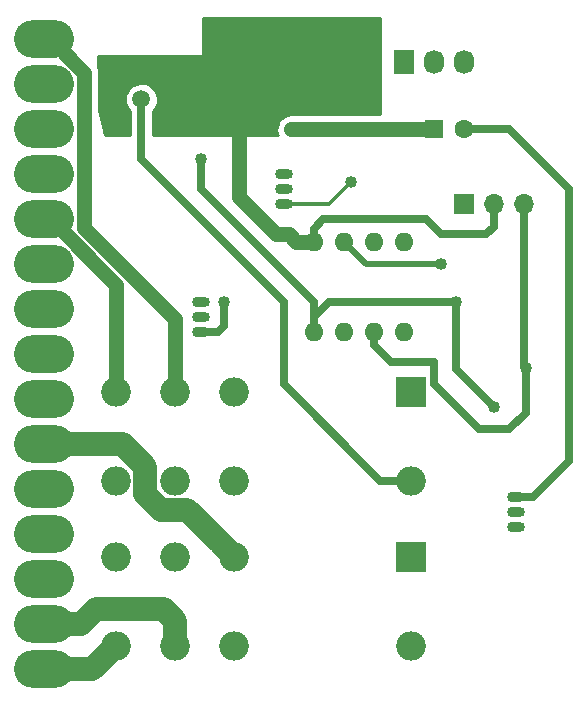
<source format=gbr>
G04 #@! TF.GenerationSoftware,KiCad,Pcbnew,(5.99.0-218-g4a79b08ca)*
G04 #@! TF.CreationDate,2019-10-24T17:32:45-07:00*
G04 #@! TF.ProjectId,RCSMCtrl,5243534d-4374-4726-9c2e-6b696361645f,NC*
G04 #@! TF.SameCoordinates,Original*
G04 #@! TF.FileFunction,Copper,L2,Bot*
G04 #@! TF.FilePolarity,Positive*
%FSLAX46Y46*%
G04 Gerber Fmt 4.6, Leading zero omitted, Abs format (unit mm)*
G04 Created by KiCad (PCBNEW (5.99.0-218-g4a79b08ca)) date 2019-10-24 17:32:45*
%MOMM*%
%LPD*%
G04 APERTURE LIST*
%ADD10O,1.700000X1.700000*%
%ADD11R,1.700000X1.700000*%
%ADD12C,1.600000*%
%ADD13R,1.600000X1.600000*%
%ADD14R,2.500000X2.500000*%
%ADD15O,2.500000X2.500000*%
%ADD16O,5.080000X3.175000*%
%ADD17C,1.501140*%
%ADD18O,1.600000X1.600000*%
%ADD19R,1.727200X2.032000*%
%ADD20O,1.727200X2.032000*%
%ADD21O,1.501140X0.899160*%
%ADD22C,1.016000*%
%ADD23C,0.635000*%
%ADD24C,1.270000*%
%ADD25C,0.304800*%
%ADD26C,0.508000*%
%ADD27C,2.032000*%
%ADD28C,0.254000*%
G04 APERTURE END LIST*
D10*
X141605000Y-65405000D03*
X139065000Y-65405000D03*
D11*
X136525000Y-65405000D03*
D12*
X136485000Y-59055000D03*
D13*
X133985000Y-59055000D03*
D14*
X132080000Y-81280000D03*
D15*
X117080000Y-81280000D03*
X112080000Y-81280000D03*
X107080000Y-81280000D03*
X107080000Y-88780000D03*
X112080000Y-88780000D03*
X117080000Y-88780000D03*
X132080000Y-88780000D03*
D16*
X100965000Y-51435000D03*
X100965000Y-55245000D03*
X100965000Y-59055000D03*
X100965000Y-62865000D03*
X100965000Y-66675000D03*
X100965000Y-70485000D03*
X100965000Y-74295000D03*
X100965000Y-78105000D03*
X100965000Y-81915000D03*
X100965000Y-85725000D03*
X100965000Y-89535000D03*
X100965000Y-93345000D03*
X100965000Y-97155000D03*
X100965000Y-100965000D03*
X100965000Y-104775000D03*
D17*
X106680000Y-56515000D03*
X109220000Y-56515000D03*
D18*
X123825000Y-76200000D03*
X126365000Y-76200000D03*
X128905000Y-76200000D03*
X131445000Y-76200000D03*
X131445000Y-68580000D03*
X128905000Y-68580000D03*
X126365000Y-68580000D03*
X123825000Y-68580000D03*
D19*
X131445000Y-53340000D03*
D20*
X133985000Y-53340000D03*
X136525000Y-53340000D03*
D21*
X140970000Y-91440000D03*
X140970000Y-92710000D03*
X140970000Y-90170000D03*
X121285000Y-64135000D03*
X121285000Y-65405000D03*
X121285000Y-62865000D03*
X114300000Y-74930000D03*
X114300000Y-73660000D03*
X114300000Y-76200000D03*
D15*
X132080000Y-102750000D03*
X117080000Y-102750000D03*
X112080000Y-102750000D03*
X107080000Y-102750000D03*
X107080000Y-95250000D03*
X112080000Y-95250000D03*
X117080000Y-95250000D03*
D14*
X132080000Y-95250000D03*
D22*
X124460000Y-55880000D03*
X124460000Y-54610000D03*
X126365000Y-54610000D03*
X126365000Y-52705000D03*
X124460000Y-52705000D03*
X122555000Y-52705000D03*
X122769000Y-54396000D03*
X121920000Y-56515000D03*
X125730000Y-57150000D03*
X128270000Y-57150000D03*
X128905000Y-55245000D03*
X128905000Y-53340000D03*
X128905000Y-50800000D03*
X127000000Y-50800000D03*
X124460000Y-50800000D03*
X122555000Y-50800000D03*
X116840000Y-50165000D03*
X119380000Y-50165000D03*
X118110000Y-50165000D03*
X116107500Y-55147500D03*
X117475000Y-54610000D03*
X118745000Y-54610000D03*
X120015000Y-54610000D03*
X119575000Y-53145000D03*
X118330000Y-52925000D03*
X116840000Y-52705000D03*
X115570000Y-52705000D03*
X119600000Y-51655000D03*
X118110000Y-51435000D03*
X116840000Y-51435000D03*
X115570000Y-51435000D03*
X120650000Y-50800000D03*
X115570000Y-50165000D03*
X114300000Y-61595000D03*
X141770000Y-79210000D03*
X139105000Y-82590000D03*
X135890000Y-73660000D03*
X121920000Y-59055000D03*
X116205000Y-73660000D03*
X127000000Y-63500000D03*
X134620000Y-70485000D03*
X117475000Y-57150000D03*
D23*
X114935000Y-64770000D02*
X114300000Y-64135000D01*
X114300000Y-64135000D02*
X114300000Y-61595000D01*
X123825000Y-73660000D02*
X114935000Y-64770000D01*
X123825000Y-76200000D02*
X123825000Y-73660000D01*
X123825000Y-68580000D02*
X123825000Y-67448630D01*
X124598630Y-66675000D02*
X133350000Y-66675000D01*
X138430000Y-67945000D02*
X139065000Y-67310000D01*
X123825000Y-67448630D02*
X124598630Y-66675000D01*
X133350000Y-66675000D02*
X134620000Y-67945000D01*
X134620000Y-67945000D02*
X138430000Y-67945000D01*
X139065000Y-67310000D02*
X139065000Y-65405000D01*
X129420000Y-88780000D02*
X132080000Y-88780000D01*
X121285000Y-80645000D02*
X129420000Y-88780000D01*
X121285000Y-73660000D02*
X121285000Y-80645000D01*
X109220000Y-61595000D02*
X121285000Y-73660000D01*
X109220000Y-56515000D02*
X109220000Y-61595000D01*
X128905000Y-76200000D02*
X128905000Y-77331370D01*
X137795000Y-84455000D02*
X140335000Y-84455000D01*
X133985000Y-80645000D02*
X137795000Y-84455000D01*
X128905000Y-77331370D02*
X130313630Y-78740000D01*
X130313630Y-78740000D02*
X133985000Y-78740000D01*
X133985000Y-78740000D02*
X133985000Y-80645000D01*
X140335000Y-84455000D02*
X141770000Y-83020000D01*
X141770000Y-83020000D02*
X141770000Y-79210000D01*
X141605000Y-65405000D02*
X141605000Y-79045000D01*
X141605000Y-79045000D02*
X141770000Y-79210000D01*
X135890000Y-79375000D02*
X139105000Y-82590000D01*
X135890000Y-73660000D02*
X135890000Y-79375000D01*
X125095000Y-73660000D02*
X135890000Y-73660000D01*
X123825000Y-74930000D02*
X125095000Y-73660000D01*
X123825000Y-76200000D02*
X123825000Y-74930000D01*
D24*
X123825000Y-68580000D02*
X122342326Y-68580000D01*
X122342326Y-68580000D02*
X121707326Y-67945000D01*
X121707326Y-67945000D02*
X120650000Y-67945000D01*
X120650000Y-67945000D02*
X117475000Y-64770000D01*
X117475000Y-64770000D02*
X117475000Y-57150000D01*
X133985000Y-59055000D02*
X121920000Y-59055000D01*
D23*
X114300000Y-76200000D02*
X115685570Y-76200000D01*
X115685570Y-76200000D02*
X116205000Y-75680570D01*
X116205000Y-75680570D02*
X116205000Y-73660000D01*
D25*
X121285000Y-65405000D02*
X125095000Y-65405000D01*
X125095000Y-65405000D02*
X127000000Y-63500000D01*
D26*
X134620000Y-70485000D02*
X128270000Y-70485000D01*
X128270000Y-70485000D02*
X126365000Y-68580000D01*
D23*
X140970000Y-90170000D02*
X142355570Y-90170000D01*
X145415000Y-64135000D02*
X140335000Y-59055000D01*
X140335000Y-59055000D02*
X136485000Y-59055000D01*
X142355570Y-90170000D02*
X145415000Y-87110570D01*
X145415000Y-87110570D02*
X145415000Y-64135000D01*
D24*
X109855000Y-53975000D02*
X114300000Y-53975000D01*
X114300000Y-53975000D02*
X117475000Y-57150000D01*
X107315000Y-53975000D02*
X109855000Y-53975000D01*
X106680000Y-54610000D02*
X107315000Y-53975000D01*
X106680000Y-55245000D02*
X106680000Y-54610000D01*
X106680000Y-56515000D02*
X106680000Y-55245000D01*
X107080000Y-81280000D02*
X107080000Y-72221553D01*
X112080000Y-75142645D02*
X112080000Y-79512234D01*
X101533447Y-66675000D02*
X100965000Y-66675000D01*
X107080000Y-72221553D02*
X101533447Y-66675000D01*
X100965000Y-51435000D02*
X101533446Y-51435000D01*
X101533446Y-51435000D02*
X104340010Y-54241564D01*
X104340010Y-54241564D02*
X104340010Y-67402655D01*
X104340010Y-67402655D02*
X112080000Y-75142645D01*
X112080000Y-79512234D02*
X112080000Y-81280000D01*
D27*
X100965000Y-85725000D02*
X107674682Y-85725000D01*
X107674682Y-85725000D02*
X109546001Y-87596319D01*
X110896319Y-91246001D02*
X113076001Y-91246001D01*
X109546001Y-87596319D02*
X109546001Y-89895683D01*
X115830001Y-94000001D02*
X117080000Y-95250000D01*
X109546001Y-89895683D02*
X110896319Y-91246001D01*
X113076001Y-91246001D02*
X115830001Y-94000001D01*
X100965000Y-100965000D02*
X104140000Y-100965000D01*
X112080000Y-100650000D02*
X112080000Y-102750000D01*
X104140000Y-100965000D02*
X105410000Y-99695000D01*
X111125000Y-99695000D02*
X112080000Y-100650000D01*
X105410000Y-99695000D02*
X111125000Y-99695000D01*
X100965000Y-104775000D02*
X105055000Y-104775000D01*
X105055000Y-104775000D02*
X107080000Y-102750000D01*
D28*
G36*
X129414000Y-57786000D02*
G01*
X121845940Y-57786000D01*
X121626080Y-57811633D01*
X121347927Y-57912597D01*
X121100462Y-58074844D01*
X120896958Y-58289667D01*
X120748333Y-58545544D01*
X120662557Y-58828750D01*
X120644235Y-59124093D01*
X120694348Y-59415729D01*
X120757437Y-59564000D01*
X110171500Y-59564000D01*
X110171500Y-57523317D01*
X110304921Y-57384186D01*
X110441694Y-57178326D01*
X110539851Y-56951499D01*
X110596669Y-56709255D01*
X110604949Y-56393061D01*
X110560887Y-56148175D01*
X110474736Y-55916522D01*
X110348924Y-55703786D01*
X110187429Y-55516692D01*
X109995354Y-55361152D01*
X109778771Y-55242085D01*
X109544526Y-55163252D01*
X109300023Y-55127147D01*
X109052991Y-55134910D01*
X108811238Y-55186296D01*
X108582405Y-55279682D01*
X108373725Y-55412113D01*
X108191796Y-55579406D01*
X108042366Y-55776272D01*
X107930161Y-55996488D01*
X107858726Y-56233093D01*
X107830319Y-56478610D01*
X107845838Y-56725277D01*
X107904792Y-56965297D01*
X108005319Y-57191083D01*
X108144239Y-57395499D01*
X108268500Y-57522390D01*
X108268501Y-59564000D01*
X106143378Y-59564000D01*
X105609010Y-57426529D01*
X105609010Y-54337794D01*
X105616866Y-54286152D01*
X105609010Y-54189569D01*
X105609010Y-54167503D01*
X105603073Y-54116586D01*
X105592876Y-53991217D01*
X105585973Y-53969904D01*
X105583377Y-53947643D01*
X105540438Y-53829350D01*
X105536000Y-53815649D01*
X105536000Y-52831000D01*
X114426000Y-52831000D01*
X114426000Y-49656000D01*
X129414000Y-49656000D01*
X129414000Y-57786000D01*
X129414000Y-57786000D01*
G37*
X129414000Y-57786000D02*
X121845940Y-57786000D01*
X121626080Y-57811633D01*
X121347927Y-57912597D01*
X121100462Y-58074844D01*
X120896958Y-58289667D01*
X120748333Y-58545544D01*
X120662557Y-58828750D01*
X120644235Y-59124093D01*
X120694348Y-59415729D01*
X120757437Y-59564000D01*
X110171500Y-59564000D01*
X110171500Y-57523317D01*
X110304921Y-57384186D01*
X110441694Y-57178326D01*
X110539851Y-56951499D01*
X110596669Y-56709255D01*
X110604949Y-56393061D01*
X110560887Y-56148175D01*
X110474736Y-55916522D01*
X110348924Y-55703786D01*
X110187429Y-55516692D01*
X109995354Y-55361152D01*
X109778771Y-55242085D01*
X109544526Y-55163252D01*
X109300023Y-55127147D01*
X109052991Y-55134910D01*
X108811238Y-55186296D01*
X108582405Y-55279682D01*
X108373725Y-55412113D01*
X108191796Y-55579406D01*
X108042366Y-55776272D01*
X107930161Y-55996488D01*
X107858726Y-56233093D01*
X107830319Y-56478610D01*
X107845838Y-56725277D01*
X107904792Y-56965297D01*
X108005319Y-57191083D01*
X108144239Y-57395499D01*
X108268500Y-57522390D01*
X108268501Y-59564000D01*
X106143378Y-59564000D01*
X105609010Y-57426529D01*
X105609010Y-54337794D01*
X105616866Y-54286152D01*
X105609010Y-54189569D01*
X105609010Y-54167503D01*
X105603073Y-54116586D01*
X105592876Y-53991217D01*
X105585973Y-53969904D01*
X105583377Y-53947643D01*
X105540438Y-53829350D01*
X105536000Y-53815649D01*
X105536000Y-52831000D01*
X114426000Y-52831000D01*
X114426000Y-49656000D01*
X129414000Y-49656000D01*
X129414000Y-57786000D01*
M02*

</source>
